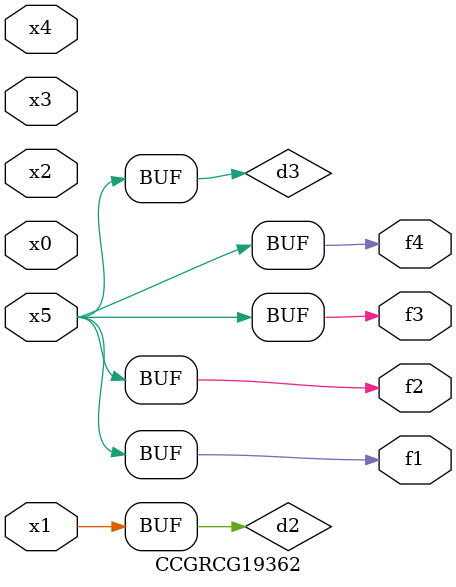
<source format=v>
module CCGRCG19362(
	input x0, x1, x2, x3, x4, x5,
	output f1, f2, f3, f4
);

	wire d1, d2, d3;

	not (d1, x5);
	or (d2, x1);
	xnor (d3, d1);
	assign f1 = d3;
	assign f2 = d3;
	assign f3 = d3;
	assign f4 = d3;
endmodule

</source>
